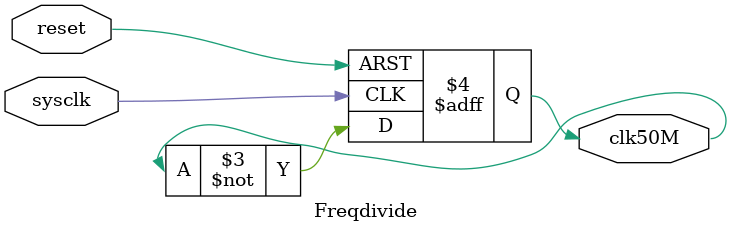
<source format=v>
module Freqdivide(
   input wire sysclk,
   input wire reset,
   output reg clk50M
);

always@(posedge sysclk or negedge reset)begin
    if(~reset) clk50M<=0;
    else clk50M<=~clk50M;
end


endmodule
</source>
